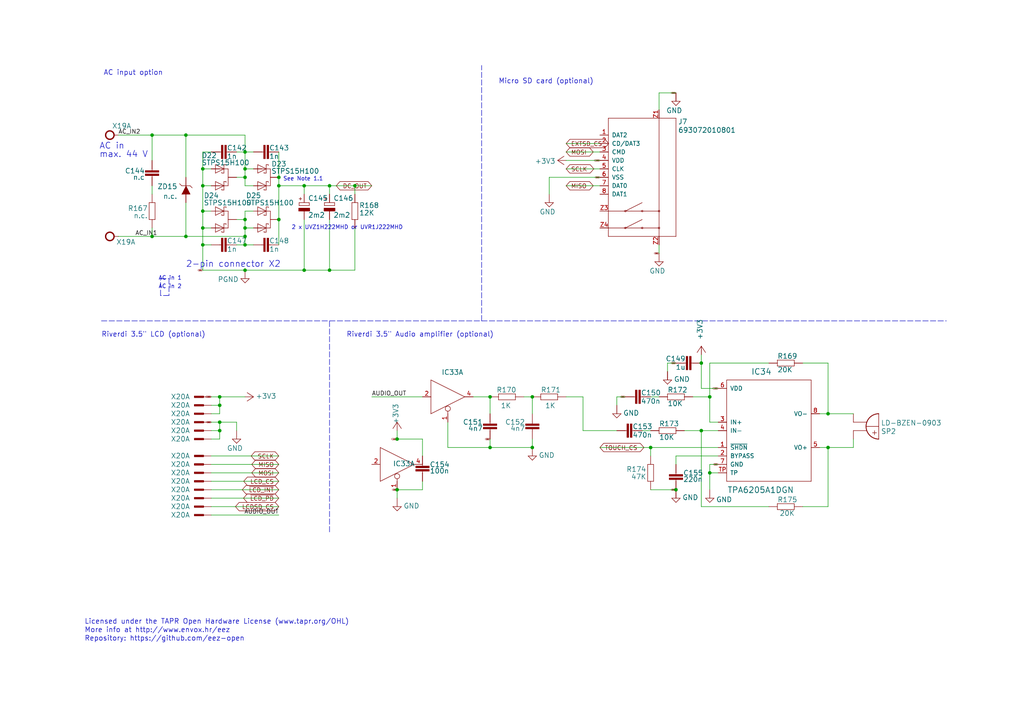
<source format=kicad_sch>
(kicad_sch (version 20210406) (generator eeschema)
  (paper "User" 307.823 215.722)
  (title_block (title "EEZ PSU consolidated") (rev "r5B13a") (comment 3 "Audio amplifier for 3.5\" TFT display, Micro SD card") (comment 4 "Optional sections: AC input, 20-pin 3.5\" TFT display"))
  (lib_symbols
    (symbol "EEZ_PSU_consolidated_r5B13a-eagle-import:+3V3" (power) (pin_names (offset 1.016))
      (property "Value" "+3V3" (at -2.54 -5.08 90))
      (symbol "+3V3_1_0"
        (pin power_in line (at 0 -2.54 90) (length 2.54) (name "+3V3") (number "1"))
      )
    )
    (symbol "EEZ_PSU_consolidated_r5B13a-eagle-import:693072010801" (pin_names (offset 1.016))
      (property "Reference" "J" (at -10.16 18.415 0))
      (property "Value" "693072010801" (at -10.16 -20.32 0))
      (symbol "693072010801_1_0"
        (pin unspecified line (at -12.7 12.7 0) (length 2.54) (name "DAT2") (number "1"))
        (pin unspecified line (at -12.7 10.16 0) (length 2.54) (name "CD/DAT3") (number "2"))
        (pin unspecified line (at -12.7 7.62 0) (length 2.54) (name "CMD") (number "3"))
        (pin unspecified line (at -12.7 5.08 0) (length 2.54) (name "VDD") (number "4"))
        (pin unspecified line (at -12.7 2.54 0) (length 2.54) (name "CLK") (number "5"))
        (pin unspecified line (at -12.7 0 0) (length 2.54) (name "VSS") (number "6"))
        (pin unspecified line (at -12.7 -2.54 0) (length 2.54) (name "DAT0") (number "7"))
        (pin unspecified line (at -12.7 -5.08 0) (length 2.54) (name "DAT1") (number "8"))
        (pin unspecified line (at 5.08 20.32 270) (length 2.54) (name "P$9") (number "Z1"))
        (pin unspecified line (at 5.08 -20.32 90) (length 2.54) (name "P$10") (number "Z2"))
        (pin unspecified line (at -12.7 -10.16 0) (length 2.54) (name "P$11") (number "Z3"))
        (pin unspecified line (at -12.7 -15.24 0) (length 2.54) (name "P$12") (number "Z4"))
      )
    )
    (symbol "EEZ_PSU_consolidated_r5B13a-eagle-import:74LVC1G125TSSOP5" (pin_names (offset 1.016))
      (property "Reference" "IC" (at -1.27 -0.635 0))
      (symbol "74LVC1G125TSSOP5_1_0"
        (pin input line (at 0 -7.62 90) (length 2.54) (name "OE") (number "1"))
        (pin input line (at -7.62 0 0) (length 2.54) (name "I") (number "2"))
        (pin tri_state line (at 7.62 0 180) (length 2.54) (name "O") (number "4"))
      )
      (symbol "74LVC1G125TSSOP5_2_0"
        (text "VDD" (at 1.905 2.54 900) (effects (font (size 1.0668 1.0668)) (justify left bottom)))
        (text "VSS" (at 1.905 -5.842 900) (effects (font (size 1.0668 1.0668)) (justify left bottom)))
        (pin power_in line (at 0 -7.62 90) (length 5.08) (name "VSS") (number "3"))
        (pin power_in line (at 0 7.62 270) (length 5.08) (name "VDD") (number "5"))
      )
    )
    (symbol "EEZ_PSU_consolidated_r5B13a-eagle-import:BUZZER-2" (pin_names (offset 1.016))
      (property "Reference" "SP" (at 0 8.89 0))
      (property "Value" "BUZZER-2" (at 7.62 2.54 0))
      (symbol "BUZZER-2_1_0"
        (pin passive line (at 0 0 0) (length 2.54) (name "+") (number "+B"))
        (pin passive line (at 7.62 0 180) (length 2.54) (name "-") (number "-B"))
      )
    )
    (symbol "EEZ_PSU_consolidated_r5B13a-eagle-import:C-EUC0603" (pin_names (offset 1.016))
      (property "Reference" "C" (at 1.524 0.381 0))
      (property "Value" "C-EUC0603" (at 1.524 -4.699 0))
      (symbol "C-EUC0603_1_0"
        (pin passive line (at 0 2.54 270) (length 2.54) (name "1") (number "1"))
        (pin passive line (at 0 -5.08 90) (length 2.54) (name "2") (number "2"))
      )
    )
    (symbol "EEZ_PSU_consolidated_r5B13a-eagle-import:C-EUC0805" (pin_names (offset 1.016))
      (property "Reference" "C" (at 1.524 0.381 0))
      (property "Value" "C-EUC0805" (at 1.524 -4.699 0))
      (symbol "C-EUC0805_1_0"
        (pin passive line (at 0 2.54 270) (length 2.54) (name "1") (number "1"))
        (pin passive line (at 0 -5.08 90) (length 2.54) (name "2") (number "2"))
      )
    )
    (symbol "EEZ_PSU_consolidated_r5B13a-eagle-import:C-EUC1206" (pin_names (offset 1.016))
      (property "Reference" "C" (at 1.524 0.381 0))
      (property "Value" "C-EUC1206" (at 1.524 -4.699 0))
      (symbol "C-EUC1206_1_0"
        (pin passive line (at 0 2.54 270) (length 2.54) (name "1") (number "1"))
        (pin passive line (at 0 -5.08 90) (length 2.54) (name "2") (number "2"))
      )
    )
    (symbol "EEZ_PSU_consolidated_r5B13a-eagle-import:DINA4_L" (pin_names (offset 1.016))
      (symbol "DINA4_L_2_0"
        (text ">DRAWING_NAME" (at 17.78 19.05 0) (effects (font (size 2.54 2.54)) (justify left bottom)))
        (text ">LAST_DATE_TIME" (at 12.7 1.27 0) (effects (font (size 2.54 2.54)) (justify left bottom)))
        (text ">SHEET" (at 86.36 1.27 0) (effects (font (size 2.54 2.54)) (justify left bottom)))
        (text "Date:" (at 1.27 1.27 0) (effects (font (size 2.54 2.54)) (justify left bottom)))
        (text "Document Number:" (at 1.27 11.43 0) (effects (font (size 2.54 2.54)) (justify left bottom)))
        (text "REV:" (at 88.9 11.43 0) (effects (font (size 2.54 2.54)) (justify left bottom)))
        (text "Sheet:" (at 72.39 1.27 0) (effects (font (size 2.54 2.54)) (justify left bottom)))
        (text "TITLE:" (at 1.27 19.05 0) (effects (font (size 2.54 2.54)) (justify left bottom)))
      )
    )
    (symbol "EEZ_PSU_consolidated_r5B13a-eagle-import:ECAP7.5G_18MM" (pin_names (offset 1.016))
      (property "Reference" "C" (at 1.143 0.4826 0))
      (property "Value" "ECAP7.5G_18MM" (at 1.143 -4.5974 0))
      (symbol "ECAP7.5G_18MM_1_0"
        (text "+" (at -0.5842 0.4064 900) (effects (font (size 1.0668 1.0668)) (justify left bottom)))
        (pin passive line (at 0 2.54 270) (length 2.54) (name "+") (number "+"))
        (pin passive line (at 0 -5.08 90) (length 2.54) (name "-") (number "-"))
      )
    )
    (symbol "EEZ_PSU_consolidated_r5B13a-eagle-import:GND" (power) (pin_names (offset 1.016))
      (property "Value" "GND" (at -1.905 -3.175 0))
      (symbol "GND_1_0"
        (pin power_in line (at 0 2.54 270) (length 2.54) (name "GND") (number "1"))
      )
    )
    (symbol "EEZ_PSU_consolidated_r5B13a-eagle-import:P6SMB68A" (pin_names (offset 1.016))
      (property "Reference" "ZD" (at -2.54 2.54 0))
      (property "Value" "P6SMB68A" (at -2.54 -4.064 0))
      (symbol "P6SMB68A_1_0"
        (pin passive line (at 5.08 0 180) (length 2.54) (name "A") (number "A"))
        (pin passive line (at -2.54 0 0) (length 2.54) (name "C") (number "C"))
      )
    )
    (symbol "EEZ_PSU_consolidated_r5B13a-eagle-import:R-EU_R0805" (pin_names (offset 1.016))
      (property "Reference" "R" (at -3.81 1.4986 0))
      (property "Value" "R-EU_R0805" (at -3.81 -3.302 0))
      (symbol "R-EU_R0805_1_0"
        (pin passive line (at -5.08 0 0) (length 2.54) (name "1") (number "1"))
        (pin passive line (at 5.08 0 180) (length 2.54) (name "2") (number "2"))
      )
    )
    (symbol "EEZ_PSU_consolidated_r5B13a-eagle-import:R-EU_R1206" (pin_names (offset 1.016))
      (property "Reference" "R" (at -3.81 1.4986 0))
      (property "Value" "R-EU_R1206" (at -3.81 -3.302 0))
      (symbol "R-EU_R1206_1_0"
        (pin passive line (at -5.08 0 0) (length 2.54) (name "1") (number "1"))
        (pin passive line (at 5.08 0 180) (length 2.54) (name "2") (number "2"))
      )
    )
    (symbol "EEZ_PSU_consolidated_r5B13a-eagle-import:TBLOCK5.0_2A" (pin_names (offset 1.016))
      (property "Reference" "X" (at -5.08 2.54 0))
      (symbol "TBLOCK5.0_2A_1_0"
        (pin unspecified line (at 0 0 0) (length 0) (name "1") (number "1"))
      )
      (symbol "TBLOCK5.0_2A_2_0"
        (pin unspecified line (at 0 0 0) (length 0) (name "1") (number "2"))
      )
    )
    (symbol "EEZ_PSU_consolidated_r5B13a-eagle-import:TPA6205" (pin_names (offset 1.016))
      (property "Reference" "IC" (at -5.3594 16.7386 0))
      (property "Value" "TPA6205" (at -12.5222 -18.8468 0))
      (symbol "TPA6205_1_0"
        (pin input line (at -15.24 -5.08 0) (length 2.54) (name "~SHDN") (number "1"))
        (pin input line (at -15.24 -7.62 0) (length 2.54) (name "BYPASS") (number "2"))
        (pin input line (at -15.24 2.54 0) (length 2.54) (name "IN+") (number "3"))
        (pin input line (at -15.24 0 0) (length 2.54) (name "IN-") (number "4"))
        (pin output line (at 15.24 -5.08 180) (length 2.54) (name "VO+") (number "5"))
        (pin power_in line (at -15.24 12.7 0) (length 2.54) (name "VDD") (number "6"))
        (pin passive line (at -15.24 -10.16 0) (length 2.54) (name "GND") (number "7"))
        (pin output line (at 15.24 5.08 180) (length 2.54) (name "VO-") (number "8"))
        (pin passive line (at -15.24 -12.7 0) (length 2.54) (name "TP") (number "TP"))
      )
    )
    (symbol "EEZ_PSU_consolidated_r5B13a-eagle-import:VS-6CWQ06FNPBF" (pin_names (offset 1.016))
      (property "Reference" "D" (at -4.826 4.445 0))
      (property "Value" "VS-6CWQ06FNPBF" (at -4.826 -5.969 0))
      (symbol "VS-6CWQ06FNPBF_1_0"
        (pin passive line (at -5.08 2.54 0) (length 2.54) (name "A1") (number "1"))
        (pin passive line (at -5.08 -2.54 0) (length 2.54) (name "A2") (number "2"))
        (pin passive line (at 2.54 0 180) (length 2.54) (name "C") (number "3"))
      )
    )
    (symbol "EEZ_PSU_consolidated_r5B13a-eagle-import:WR-FPC_68712014522_ROTATED" (pin_names (offset 1.016))
      (property "Reference" "X" (at -6.35 0.889 0))
      (symbol "WR-FPC_68712014522_ROTATED_1_0"
        (pin passive line (at 0 0 180) (length 2.54) (name "1") (number "1"))
      )
      (symbol "WR-FPC_68712014522_ROTATED_2_0"
        (pin passive line (at 0 0 180) (length 2.54) (name "1") (number "2"))
      )
      (symbol "WR-FPC_68712014522_ROTATED_3_0"
        (pin passive line (at 0 0 180) (length 2.54) (name "1") (number "3"))
      )
      (symbol "WR-FPC_68712014522_ROTATED_4_0"
        (pin passive line (at 0 0 180) (length 2.54) (name "1") (number "4"))
      )
      (symbol "WR-FPC_68712014522_ROTATED_5_0"
        (pin passive line (at 0 0 180) (length 2.54) (name "1") (number "5"))
      )
      (symbol "WR-FPC_68712014522_ROTATED_6_0"
        (pin passive line (at 0 0 180) (length 2.54) (name "1") (number "6"))
      )
      (symbol "WR-FPC_68712014522_ROTATED_7_0"
        (pin passive line (at 0 0 180) (length 2.54) (name "1") (number "7"))
      )
      (symbol "WR-FPC_68712014522_ROTATED_8_0"
        (pin passive line (at 0 0 180) (length 2.54) (name "1") (number "8"))
      )
      (symbol "WR-FPC_68712014522_ROTATED_9_0"
        (pin passive line (at 0 0 180) (length 2.54) (name "1") (number "9"))
      )
      (symbol "WR-FPC_68712014522_ROTATED_10_0"
        (pin passive line (at 0 0 180) (length 2.54) (name "1") (number "10"))
      )
      (symbol "WR-FPC_68712014522_ROTATED_11_0"
        (pin passive line (at 0 0 180) (length 2.54) (name "1") (number "11"))
      )
      (symbol "WR-FPC_68712014522_ROTATED_12_0"
        (pin passive line (at 0 0 180) (length 2.54) (name "1") (number "12"))
      )
      (symbol "WR-FPC_68712014522_ROTATED_13_0"
        (pin passive line (at 0 0 180) (length 2.54) (name "1") (number "13"))
      )
      (symbol "WR-FPC_68712014522_ROTATED_14_0"
        (pin passive line (at 0 0 180) (length 2.54) (name "1") (number "14"))
      )
      (symbol "WR-FPC_68712014522_ROTATED_15_0"
        (pin passive line (at 0 0 180) (length 2.54) (name "1") (number "15"))
      )
      (symbol "WR-FPC_68712014522_ROTATED_16_0"
        (pin passive line (at 0 0 180) (length 2.54) (name "1") (number "16"))
      )
      (symbol "WR-FPC_68712014522_ROTATED_17_0"
        (pin passive line (at 0 0 180) (length 2.54) (name "1") (number "17"))
      )
      (symbol "WR-FPC_68712014522_ROTATED_18_0"
        (pin passive line (at 0 0 180) (length 2.54) (name "1") (number "18"))
      )
      (symbol "WR-FPC_68712014522_ROTATED_19_0"
        (pin passive line (at 0 0 180) (length 2.54) (name "1") (number "19"))
      )
      (symbol "WR-FPC_68712014522_ROTATED_20_0"
        (pin passive line (at 0 0 180) (length 2.54) (name "1") (number "20"))
      )
    )
  )
  (junction (at 45.72 40.64) (diameter 0.9144))
  (junction (at 45.72 71.12) (diameter 0.9144))
  (junction (at 55.88 40.64) (diameter 0.9144))
  (junction (at 55.88 71.12) (diameter 0.9144))
  (junction (at 60.96 50.8) (diameter 0.9144))
  (junction (at 60.96 55.88) (diameter 0.9144))
  (junction (at 60.96 63.5) (diameter 0.9144))
  (junction (at 60.96 68.58) (diameter 0.9144))
  (junction (at 60.96 73.66) (diameter 0.9144))
  (junction (at 66.04 119.38) (diameter 0.9144))
  (junction (at 66.04 121.92) (diameter 0.9144))
  (junction (at 66.04 127) (diameter 0.9144))
  (junction (at 66.04 129.54) (diameter 0.9144))
  (junction (at 73.66 45.72) (diameter 0.9144))
  (junction (at 73.66 50.8) (diameter 0.9144))
  (junction (at 73.66 53.34) (diameter 0.9144))
  (junction (at 73.66 66.04) (diameter 0.9144))
  (junction (at 73.66 68.58) (diameter 0.9144))
  (junction (at 73.66 71.12) (diameter 0.9144))
  (junction (at 73.66 73.66) (diameter 0.9144))
  (junction (at 73.66 81.28) (diameter 0.9144))
  (junction (at 83.82 53.34) (diameter 0.9144))
  (junction (at 83.82 55.88) (diameter 0.9144))
  (junction (at 83.82 66.04) (diameter 0.9144))
  (junction (at 91.44 55.88) (diameter 0.9144))
  (junction (at 91.44 81.28) (diameter 0.9144))
  (junction (at 99.06 55.88) (diameter 0.9144))
  (junction (at 99.06 81.28) (diameter 0.9144))
  (junction (at 106.68 55.88) (diameter 0.9144))
  (junction (at 119.38 132.08) (diameter 0.9144))
  (junction (at 119.38 147.32) (diameter 0.9144))
  (junction (at 147.32 119.38) (diameter 0.9144))
  (junction (at 147.32 134.62) (diameter 0.9144))
  (junction (at 160.02 119.38) (diameter 0.9144))
  (junction (at 160.02 134.62) (diameter 0.9144))
  (junction (at 195.58 134.62) (diameter 0.9144))
  (junction (at 203.2 147.32) (diameter 0.9144))
  (junction (at 210.82 109.22) (diameter 0.9144))
  (junction (at 210.82 129.54) (diameter 0.9144))
  (junction (at 213.36 119.38) (diameter 0.9144))
  (junction (at 213.36 142.24) (diameter 0.9144))
  (junction (at 248.92 124.46) (diameter 0.9144))
  (junction (at 248.92 134.62) (diameter 0.9144))
  (wire (pts (xy 35.56 40.64) (xy 45.72 40.64)))
  (wire (pts (xy 35.56 71.12) (xy 45.72 71.12)))
  (wire (pts (xy 45.72 40.64) (xy 55.88 40.64)))
  (wire (pts (xy 45.72 48.26) (xy 45.72 40.64)))
  (wire (pts (xy 45.72 55.88) (xy 45.72 58.42)))
  (wire (pts (xy 45.72 68.58) (xy 45.72 71.12)))
  (wire (pts (xy 45.72 71.12) (xy 55.88 71.12)))
  (wire (pts (xy 55.88 40.64) (xy 73.66 40.64)))
  (wire (pts (xy 55.88 53.34) (xy 55.88 40.64)))
  (wire (pts (xy 55.88 60.96) (xy 55.88 71.12)))
  (wire (pts (xy 55.88 71.12) (xy 73.66 71.12)))
  (wire (pts (xy 60.96 45.72) (xy 60.96 50.8)))
  (wire (pts (xy 60.96 50.8) (xy 60.96 55.88)))
  (wire (pts (xy 60.96 55.88) (xy 63.5 55.88)))
  (wire (pts (xy 60.96 63.5) (xy 60.96 55.88)))
  (wire (pts (xy 60.96 63.5) (xy 63.5 63.5)))
  (wire (pts (xy 60.96 68.58) (xy 60.96 63.5)))
  (wire (pts (xy 60.96 73.66) (xy 60.96 68.58)))
  (wire (pts (xy 60.96 81.28) (xy 60.96 73.66)))
  (wire (pts (xy 60.96 81.28) (xy 73.66 81.28)))
  (wire (pts (xy 63.5 45.72) (xy 60.96 45.72)))
  (wire (pts (xy 63.5 50.8) (xy 60.96 50.8)))
  (wire (pts (xy 63.5 68.58) (xy 60.96 68.58)))
  (wire (pts (xy 63.5 73.66) (xy 60.96 73.66)))
  (wire (pts (xy 63.5 119.38) (xy 66.04 119.38)))
  (wire (pts (xy 63.5 121.92) (xy 66.04 121.92)))
  (wire (pts (xy 63.5 124.46) (xy 66.04 124.46)))
  (wire (pts (xy 63.5 127) (xy 66.04 127)))
  (wire (pts (xy 63.5 129.54) (xy 66.04 129.54)))
  (wire (pts (xy 63.5 132.08) (xy 66.04 132.08)))
  (wire (pts (xy 63.5 137.16) (xy 83.82 137.16)))
  (wire (pts (xy 63.5 139.7) (xy 83.82 139.7)))
  (wire (pts (xy 63.5 142.24) (xy 83.82 142.24)))
  (wire (pts (xy 63.5 144.78) (xy 83.82 144.78)))
  (wire (pts (xy 63.5 147.32) (xy 83.82 147.32)))
  (wire (pts (xy 63.5 149.86) (xy 83.82 149.86)))
  (wire (pts (xy 63.5 152.4) (xy 83.82 152.4)))
  (wire (pts (xy 63.5 154.94) (xy 83.82 154.94)))
  (wire (pts (xy 66.04 119.38) (xy 73.66 119.38)))
  (wire (pts (xy 66.04 121.92) (xy 66.04 119.38)))
  (wire (pts (xy 66.04 124.46) (xy 66.04 121.92)))
  (wire (pts (xy 66.04 127) (xy 71.12 127)))
  (wire (pts (xy 66.04 129.54) (xy 66.04 127)))
  (wire (pts (xy 66.04 132.08) (xy 66.04 129.54)))
  (wire (pts (xy 71.12 45.72) (xy 73.66 45.72)))
  (wire (pts (xy 71.12 53.34) (xy 73.66 53.34)))
  (wire (pts (xy 71.12 73.66) (xy 73.66 73.66)))
  (wire (pts (xy 71.12 127) (xy 71.12 129.54)))
  (wire (pts (xy 73.66 40.64) (xy 73.66 45.72)))
  (wire (pts (xy 73.66 45.72) (xy 73.66 50.8)))
  (wire (pts (xy 73.66 45.72) (xy 76.2 45.72)))
  (wire (pts (xy 73.66 50.8) (xy 73.66 53.34)))
  (wire (pts (xy 73.66 53.34) (xy 73.66 55.88)))
  (wire (pts (xy 73.66 55.88) (xy 76.2 55.88)))
  (wire (pts (xy 73.66 63.5) (xy 73.66 66.04)))
  (wire (pts (xy 73.66 66.04) (xy 71.12 66.04)))
  (wire (pts (xy 73.66 66.04) (xy 73.66 68.58)))
  (wire (pts (xy 73.66 68.58) (xy 76.2 68.58)))
  (wire (pts (xy 73.66 71.12) (xy 73.66 68.58)))
  (wire (pts (xy 73.66 73.66) (xy 73.66 71.12)))
  (wire (pts (xy 73.66 73.66) (xy 76.2 73.66)))
  (wire (pts (xy 73.66 81.28) (xy 91.44 81.28)))
  (wire (pts (xy 76.2 50.8) (xy 73.66 50.8)))
  (wire (pts (xy 76.2 63.5) (xy 73.66 63.5)))
  (wire (pts (xy 83.82 45.72) (xy 83.82 53.34)))
  (wire (pts (xy 83.82 53.34) (xy 83.82 55.88)))
  (wire (pts (xy 83.82 55.88) (xy 83.82 66.04)))
  (wire (pts (xy 83.82 55.88) (xy 91.44 55.88)))
  (wire (pts (xy 83.82 73.66) (xy 83.82 66.04)))
  (wire (pts (xy 91.44 55.88) (xy 99.06 55.88)))
  (wire (pts (xy 91.44 58.42) (xy 91.44 55.88)))
  (wire (pts (xy 91.44 81.28) (xy 91.44 66.04)))
  (wire (pts (xy 91.44 81.28) (xy 99.06 81.28)))
  (wire (pts (xy 99.06 55.88) (xy 106.68 55.88)))
  (wire (pts (xy 99.06 58.42) (xy 99.06 55.88)))
  (wire (pts (xy 99.06 66.04) (xy 99.06 81.28)))
  (wire (pts (xy 99.06 81.28) (xy 106.68 81.28)))
  (wire (pts (xy 106.68 55.88) (xy 106.68 58.42)))
  (wire (pts (xy 106.68 55.88) (xy 111.76 55.88)))
  (wire (pts (xy 106.68 81.28) (xy 106.68 68.58)))
  (wire (pts (xy 119.38 132.08) (xy 119.38 129.54)))
  (wire (pts (xy 119.38 132.08) (xy 127 132.08)))
  (wire (pts (xy 119.38 147.32) (xy 119.38 149.86)))
  (wire (pts (xy 119.38 147.32) (xy 127 147.32)))
  (wire (pts (xy 127 119.38) (xy 111.76 119.38)))
  (wire (pts (xy 127 132.08) (xy 127 137.16)))
  (wire (pts (xy 127 147.32) (xy 127 144.78)))
  (wire (pts (xy 134.62 134.62) (xy 134.62 127)))
  (wire (pts (xy 142.24 119.38) (xy 147.32 119.38)))
  (wire (pts (xy 147.32 124.46) (xy 147.32 119.38)))
  (wire (pts (xy 147.32 132.08) (xy 147.32 134.62)))
  (wire (pts (xy 147.32 134.62) (xy 134.62 134.62)))
  (wire (pts (xy 147.32 134.62) (xy 160.02 134.62)))
  (wire (pts (xy 160.02 119.38) (xy 157.48 119.38)))
  (wire (pts (xy 160.02 124.46) (xy 160.02 119.38)))
  (wire (pts (xy 160.02 132.08) (xy 160.02 134.62)))
  (wire (pts (xy 165.1 53.34) (xy 165.1 58.42)))
  (wire (pts (xy 170.18 119.38) (xy 175.26 119.38)))
  (wire (pts (xy 175.26 119.38) (xy 175.26 129.54)))
  (wire (pts (xy 175.26 129.54) (xy 185.42 129.54)))
  (wire (pts (xy 180.34 43.18) (xy 170.18 43.18)))
  (wire (pts (xy 180.34 45.72) (xy 170.18 45.72)))
  (wire (pts (xy 180.34 48.26) (xy 170.18 48.26)))
  (wire (pts (xy 180.34 50.8) (xy 170.18 50.8)))
  (wire (pts (xy 180.34 53.34) (xy 165.1 53.34)))
  (wire (pts (xy 180.34 55.88) (xy 170.18 55.88)))
  (wire (pts (xy 185.42 119.38) (xy 185.42 121.92)))
  (wire (pts (xy 187.96 119.38) (xy 185.42 119.38)))
  (wire (pts (xy 193.04 129.54) (xy 195.58 129.54)))
  (wire (pts (xy 195.58 134.62) (xy 180.34 134.62)))
  (wire (pts (xy 195.58 134.62) (xy 195.58 137.16)))
  (wire (pts (xy 198.12 27.94) (xy 198.12 33.02)))
  (wire (pts (xy 198.12 76.2) (xy 198.12 73.66)))
  (wire (pts (xy 198.12 119.38) (xy 195.58 119.38)))
  (wire (pts (xy 200.66 109.22) (xy 200.66 111.76)))
  (wire (pts (xy 203.2 27.94) (xy 198.12 27.94)))
  (wire (pts (xy 203.2 109.22) (xy 200.66 109.22)))
  (wire (pts (xy 203.2 137.16) (xy 203.2 139.7)))
  (wire (pts (xy 203.2 147.32) (xy 195.58 147.32)))
  (wire (pts (xy 205.74 129.54) (xy 210.82 129.54)))
  (wire (pts (xy 208.28 119.38) (xy 213.36 119.38)))
  (wire (pts (xy 210.82 109.22) (xy 210.82 106.68)))
  (wire (pts (xy 210.82 116.84) (xy 210.82 109.22)))
  (wire (pts (xy 210.82 129.54) (xy 215.9 129.54)))
  (wire (pts (xy 210.82 152.4) (xy 210.82 129.54)))
  (wire (pts (xy 213.36 109.22) (xy 213.36 119.38)))
  (wire (pts (xy 213.36 119.38) (xy 213.36 127)))
  (wire (pts (xy 213.36 127) (xy 215.9 127)))
  (wire (pts (xy 213.36 139.7) (xy 213.36 142.24)))
  (wire (pts (xy 213.36 142.24) (xy 213.36 147.32)))
  (wire (pts (xy 213.36 142.24) (xy 215.9 142.24)))
  (wire (pts (xy 215.9 116.84) (xy 210.82 116.84)))
  (wire (pts (xy 215.9 134.62) (xy 195.58 134.62)))
  (wire (pts (xy 215.9 137.16) (xy 203.2 137.16)))
  (wire (pts (xy 215.9 139.7) (xy 213.36 139.7)))
  (wire (pts (xy 231.14 109.22) (xy 213.36 109.22)))
  (wire (pts (xy 231.14 152.4) (xy 210.82 152.4)))
  (wire (pts (xy 241.3 109.22) (xy 248.92 109.22)))
  (wire (pts (xy 241.3 152.4) (xy 248.92 152.4)))
  (wire (pts (xy 246.38 134.62) (xy 248.92 134.62)))
  (wire (pts (xy 248.92 109.22) (xy 248.92 124.46)))
  (wire (pts (xy 248.92 124.46) (xy 246.38 124.46)))
  (wire (pts (xy 248.92 134.62) (xy 256.54 134.62)))
  (wire (pts (xy 248.92 152.4) (xy 248.92 134.62)))
  (wire (pts (xy 256.54 124.46) (xy 248.92 124.46)))
  (wire (pts (xy 256.54 134.62) (xy 256.54 132.08)))
  (polyline (pts (xy 30.48 96.52) (xy 284.48 96.52)) (stroke (width 0) (type dash)))
  (polyline (pts (xy 48.26 83.82) (xy 50.8 83.82)) (stroke (width 0) (type dash)))
  (polyline (pts (xy 48.26 88.9) (xy 48.26 83.82)) (stroke (width 0) (type dash)))
  (polyline (pts (xy 50.8 83.82) (xy 50.8 88.9)) (stroke (width 0) (type dash)))
  (polyline (pts (xy 50.8 88.9) (xy 48.26 88.9)) (stroke (width 0) (type dash)))
  (polyline (pts (xy 99.06 160.02) (xy 99.06 96.52)) (stroke (width 0) (type dash)))
  (polyline (pts (xy 144.78 96.52) (xy 144.78 19.685)) (stroke (width 0) (type dash)))
  (text "Licensed under the TAPR Open Hardware License (www.tapr.org/OHL)" (at 25.4 187.96 0) (effects (font (size 1.4986 1.4986)) (justify left bottom)))
  (text "More info at http://www.envox.hr/eez" (at 25.4 190.5 0) (effects (font (size 1.4986 1.4986)) (justify left bottom)))
  (text "Repository: https://github.com/eez-open" (at 25.4 193.04 0) (effects (font (size 1.4986 1.4986)) (justify left bottom)))
  (text "AC in" (at 29.845 45.085 0) (effects (font (size 1.8542 1.8542)) (justify left bottom)))
  (text "max. 44 V" (at 29.845 47.625 0) (effects (font (size 1.8542 1.8542)) (justify left bottom)))
  (text "Riverdi 3.5\" LCD (optional)" (at 30.48 101.6 0) (effects (font (size 1.4986 1.4986)) (justify left bottom)))
  (text "AC input option" (at 31.115 22.86 0) (effects (font (size 1.4986 1.4986)) (justify left bottom)))
  (text "AC in 1" (at 47.625 84.455 0) (effects (font (size 1.1938 1.1938)) (justify left bottom)))
  (text "AC in 2" (at 47.625 86.995 0) (effects (font (size 1.1938 1.1938)) (justify left bottom)))
  (text "2-pin connector X2" (at 55.88 80.645 0) (effects (font (size 1.8542 1.8542)) (justify left bottom)))
  (text "See Note 1.1" (at 85.09 54.61 0) (effects (font (size 1.1938 1.1938)) (justify left bottom)))
  (text "2 x UVZ1H222MHD or UVR1J222MHD " (at 87.63 69.215 0) (effects (font (size 1.1938 1.1938)) (justify left bottom)))
  (text "Riverdi 3.5\" Audio amplifier (optional)" (at 104.14 101.6 0) (effects (font (size 1.4986 1.4986)) (justify left bottom)))
  (text "Micro SD card (optional)" (at 149.86 25.4 0) (effects (font (size 1.4986 1.4986)) (justify left bottom)))
  (label "AC_IN2" (at 35.56 40.64 0))
  (label "AC_IN1" (at 40.64 71.12 0))
  (label "AUDIO_OUT" (at 83.82 154.94 180))
  (label "AUDIO_OUT" (at 111.76 119.38 0))
  (global_label "GND" (shape bidirectional) (at 60.96 81.28 180) (effects (font (size 0.254 0.254))) (property "Intersheet References" "${INTERSHEET_REFS}" (effects hide)))
  (global_label "+3V3" (shape bidirectional) (at 63.5 119.38 180) (effects (font (size 0.254 0.254))) (property "Intersheet References" "${INTERSHEET_REFS}" (effects hide)))
  (global_label "GND" (shape bidirectional) (at 63.5 127 180) (effects (font (size 0.254 0.254))) (property "Intersheet References" "${INTERSHEET_REFS}" (effects hide)))
  (global_label "SCLK" (shape bidirectional) (at 83.82 137.16 180) (property "Intersheet References" "${INTERSHEET_REFS}" (effects hide)))
  (global_label "MISO" (shape bidirectional) (at 83.82 139.7 180) (property "Intersheet References" "${INTERSHEET_REFS}" (effects hide)))
  (global_label "MOSI" (shape bidirectional) (at 83.82 142.24 180) (property "Intersheet References" "${INTERSHEET_REFS}" (effects hide)))
  (global_label "LCD_CS" (shape bidirectional) (at 83.82 144.78 180) (property "Intersheet References" "${INTERSHEET_REFS}" (effects hide)))
  (global_label "~LCD_INT" (shape bidirectional) (at 83.82 147.32 180) (property "Intersheet References" "${INTERSHEET_REFS}" (effects hide)))
  (global_label "~LCD_PD" (shape bidirectional) (at 83.82 149.86 180) (property "Intersheet References" "${INTERSHEET_REFS}" (effects hide)))
  (global_label "LCDSD_CS" (shape bidirectional) (at 83.82 152.4 180) (property "Intersheet References" "${INTERSHEET_REFS}" (effects hide)))
  (global_label "DC_OUT" (shape bidirectional) (at 111.76 55.88 180) (property "Intersheet References" "${INTERSHEET_REFS}" (effects hide)))
  (global_label "+3V3" (shape bidirectional) (at 119.38 132.08 180) (effects (font (size 0.254 0.254))) (property "Intersheet References" "${INTERSHEET_REFS}" (effects hide)))
  (global_label "GND" (shape bidirectional) (at 119.38 147.32 180) (effects (font (size 0.254 0.254))) (property "Intersheet References" "${INTERSHEET_REFS}" (effects hide)))
  (global_label "GND" (shape bidirectional) (at 147.32 132.08 180) (effects (font (size 0.254 0.254))) (property "Intersheet References" "${INTERSHEET_REFS}" (effects hide)))
  (global_label "EXTSD_CS" (shape bidirectional) (at 170.18 43.18 0) (property "Intersheet References" "${INTERSHEET_REFS}" (effects hide)))
  (global_label "MOSI" (shape bidirectional) (at 170.18 45.72 0) (property "Intersheet References" "${INTERSHEET_REFS}" (effects hide)))
  (global_label "SCLK" (shape bidirectional) (at 170.18 50.8 0) (property "Intersheet References" "${INTERSHEET_REFS}" (effects hide)))
  (global_label "MISO" (shape bidirectional) (at 170.18 55.88 0) (property "Intersheet References" "${INTERSHEET_REFS}" (effects hide)))
  (global_label "+3V3" (shape bidirectional) (at 180.34 48.26 180) (effects (font (size 0.254 0.254))) (property "Intersheet References" "${INTERSHEET_REFS}" (effects hide)))
  (global_label "GND" (shape bidirectional) (at 180.34 53.34 180) (effects (font (size 0.254 0.254))) (property "Intersheet References" "${INTERSHEET_REFS}" (effects hide)))
  (global_label "TOUCH_CS" (shape bidirectional) (at 180.34 134.62 0) (property "Intersheet References" "${INTERSHEET_REFS}" (effects hide)))
  (global_label "GND" (shape bidirectional) (at 187.96 119.38 180) (effects (font (size 0.254 0.254))) (property "Intersheet References" "${INTERSHEET_REFS}" (effects hide)))
  (global_label "GND" (shape bidirectional) (at 198.12 76.2 180) (effects (font (size 0.254 0.254))) (property "Intersheet References" "${INTERSHEET_REFS}" (effects hide)))
  (global_label "GND" (shape bidirectional) (at 203.2 27.94 180) (effects (font (size 0.254 0.254))) (property "Intersheet References" "${INTERSHEET_REFS}" (effects hide)))
  (global_label "GND" (shape bidirectional) (at 203.2 109.22 180) (effects (font (size 0.254 0.254))) (property "Intersheet References" "${INTERSHEET_REFS}" (effects hide)))
  (global_label "GND" (shape bidirectional) (at 203.2 147.32 180) (effects (font (size 0.254 0.254))) (property "Intersheet References" "${INTERSHEET_REFS}" (effects hide)))
  (global_label "+3V3" (shape bidirectional) (at 215.9 116.84 180) (effects (font (size 0.254 0.254))) (property "Intersheet References" "${INTERSHEET_REFS}" (effects hide)))
  (global_label "GND" (shape bidirectional) (at 215.9 139.7 180) (effects (font (size 0.254 0.254))) (property "Intersheet References" "${INTERSHEET_REFS}" (effects hide)))
  (symbol (lib_id "EEZ_PSU_consolidated_r5B13a-eagle-import:DINA4_L") (at 22.86 195.58 0)
    (property "Reference" "#FRAME12" (effects hide))
    (property "Value" "DINA4_L" (effects hide))
  )
  (symbol (lib_id "EEZ_PSU_consolidated_r5B13a-eagle-import:WR-FPC_68712014522_ROTATED") (at 63.5 119.38 0)
    (property "Reference" "X20" (at 57.15 118.491 0) (effects (font (size 1.4986 1.4986)) (justify right top)))
    (property "Value" "PCA-6B-20-HL-3 or 52746-2071" (effects hide))
    (property "Footprint" "EEZ PSU consolidated r5B13a:FPC-20_ROTATED" (effects hide))
  )
  (symbol (lib_id "EEZ_PSU_consolidated_r5B13a-eagle-import:WR-FPC_68712014522_ROTATED") (at 63.5 121.92 0)
    (property "Reference" "X20" (at 57.15 121.031 0) (effects (font (size 1.4986 1.4986)) (justify right top)))
    (property "Value" "PCA-6B-20-HL-3 or 52746-2071" (effects hide))
    (property "Footprint" "EEZ PSU consolidated r5B13a:FPC-20_ROTATED" (effects hide))
  )
  (symbol (lib_id "EEZ_PSU_consolidated_r5B13a-eagle-import:WR-FPC_68712014522_ROTATED") (at 63.5 124.46 0)
    (property "Reference" "X20" (at 57.15 123.571 0) (effects (font (size 1.4986 1.4986)) (justify right top)))
    (property "Value" "PCA-6B-20-HL-3 or 52746-2071" (effects hide))
    (property "Footprint" "EEZ PSU consolidated r5B13a:FPC-20_ROTATED" (effects hide))
  )
  (symbol (lib_id "EEZ_PSU_consolidated_r5B13a-eagle-import:WR-FPC_68712014522_ROTATED") (at 63.5 127 0)
    (property "Reference" "X20" (at 57.15 126.111 0) (effects (font (size 1.4986 1.4986)) (justify right top)))
    (property "Value" "PCA-6B-20-HL-3 or 52746-2071" (effects hide))
    (property "Footprint" "EEZ PSU consolidated r5B13a:FPC-20_ROTATED" (effects hide))
  )
  (symbol (lib_id "EEZ_PSU_consolidated_r5B13a-eagle-import:WR-FPC_68712014522_ROTATED") (at 63.5 129.54 0)
    (property "Reference" "X20" (at 57.15 128.651 0) (effects (font (size 1.4986 1.4986)) (justify right top)))
    (property "Value" "PCA-6B-20-HL-3 or 52746-2071" (effects hide))
    (property "Footprint" "EEZ PSU consolidated r5B13a:FPC-20_ROTATED" (effects hide))
  )
  (symbol (lib_id "EEZ_PSU_consolidated_r5B13a-eagle-import:WR-FPC_68712014522_ROTATED") (at 63.5 132.08 0)
    (property "Reference" "X20" (at 57.15 131.191 0) (effects (font (size 1.4986 1.4986)) (justify right top)))
    (property "Value" "PCA-6B-20-HL-3 or 52746-2071" (effects hide))
    (property "Footprint" "EEZ PSU consolidated r5B13a:FPC-20_ROTATED" (effects hide))
  )
  (symbol (lib_id "EEZ_PSU_consolidated_r5B13a-eagle-import:WR-FPC_68712014522_ROTATED") (at 63.5 137.16 0)
    (property "Reference" "X20" (at 57.15 136.271 0) (effects (font (size 1.4986 1.4986)) (justify right top)))
    (property "Value" "PCA-6B-20-HL-3 or 52746-2071" (effects hide))
    (property "Footprint" "EEZ PSU consolidated r5B13a:FPC-20_ROTATED" (effects hide))
  )
  (symbol (lib_id "EEZ_PSU_consolidated_r5B13a-eagle-import:WR-FPC_68712014522_ROTATED") (at 63.5 139.7 0)
    (property "Reference" "X20" (at 57.15 138.811 0) (effects (font (size 1.4986 1.4986)) (justify right top)))
    (property "Value" "PCA-6B-20-HL-3 or 52746-2071" (effects hide))
    (property "Footprint" "EEZ PSU consolidated r5B13a:FPC-20_ROTATED" (effects hide))
  )
  (symbol (lib_id "EEZ_PSU_consolidated_r5B13a-eagle-import:WR-FPC_68712014522_ROTATED") (at 63.5 142.24 0)
    (property "Reference" "X20" (at 57.15 141.351 0) (effects (font (size 1.4986 1.4986)) (justify right top)))
    (property "Value" "PCA-6B-20-HL-3 or 52746-2071" (effects hide))
    (property "Footprint" "EEZ PSU consolidated r5B13a:FPC-20_ROTATED" (effects hide))
  )
  (symbol (lib_id "EEZ_PSU_consolidated_r5B13a-eagle-import:WR-FPC_68712014522_ROTATED") (at 63.5 144.78 0)
    (property "Reference" "X20" (at 57.15 143.891 0) (effects (font (size 1.4986 1.4986)) (justify right top)))
    (property "Value" "PCA-6B-20-HL-3 or 52746-2071" (effects hide))
    (property "Footprint" "EEZ PSU consolidated r5B13a:FPC-20_ROTATED" (effects hide))
  )
  (symbol (lib_id "EEZ_PSU_consolidated_r5B13a-eagle-import:WR-FPC_68712014522_ROTATED") (at 63.5 147.32 0)
    (property "Reference" "X20" (at 57.15 146.431 0) (effects (font (size 1.4986 1.4986)) (justify right top)))
    (property "Value" "PCA-6B-20-HL-3 or 52746-2071" (effects hide))
    (property "Footprint" "EEZ PSU consolidated r5B13a:FPC-20_ROTATED" (effects hide))
  )
  (symbol (lib_id "EEZ_PSU_consolidated_r5B13a-eagle-import:WR-FPC_68712014522_ROTATED") (at 63.5 149.86 0)
    (property "Reference" "X20" (at 57.15 148.971 0) (effects (font (size 1.4986 1.4986)) (justify right top)))
    (property "Value" "PCA-6B-20-HL-3 or 52746-2071" (effects hide))
    (property "Footprint" "EEZ PSU consolidated r5B13a:FPC-20_ROTATED" (effects hide))
  )
  (symbol (lib_id "EEZ_PSU_consolidated_r5B13a-eagle-import:WR-FPC_68712014522_ROTATED") (at 63.5 152.4 0)
    (property "Reference" "X20" (at 57.15 151.511 0) (effects (font (size 1.4986 1.4986)) (justify right top)))
    (property "Value" "PCA-6B-20-HL-3 or 52746-2071" (effects hide))
    (property "Footprint" "EEZ PSU consolidated r5B13a:FPC-20_ROTATED" (effects hide))
  )
  (symbol (lib_id "EEZ_PSU_consolidated_r5B13a-eagle-import:WR-FPC_68712014522_ROTATED") (at 63.5 154.94 0)
    (property "Reference" "X20" (at 57.15 154.051 0) (effects (font (size 1.4986 1.4986)) (justify right top)))
    (property "Value" "PCA-6B-20-HL-3 or 52746-2071" (effects hide))
    (property "Footprint" "EEZ PSU consolidated r5B13a:FPC-20_ROTATED" (effects hide))
  )
  (symbol (lib_id "EEZ_PSU_consolidated_r5B13a-eagle-import:+3V3") (at 76.2 119.38 270)
    (property "Reference" "#+3V024" (effects hide))
    (property "Value" "+3V3" (at 76.835 120.015 90) (effects (font (size 1.4986 1.4986)) (justify left bottom)))
  )
  (symbol (lib_id "EEZ_PSU_consolidated_r5B13a-eagle-import:+3V3") (at 119.38 127 0) (mirror y)
    (property "Reference" "#+3V025" (effects hide))
    (property "Value" "+3V3" (at 118.11 127.635 90) (effects (font (size 1.4986 1.4986)) (justify left bottom)))
  )
  (symbol (lib_id "EEZ_PSU_consolidated_r5B13a-eagle-import:+3V3") (at 167.64 48.26 90)
    (property "Reference" "#+3V027" (effects hide))
    (property "Value" "+3V3" (at 167.005 47.625 90) (effects (font (size 1.4986 1.4986)) (justify left bottom)))
  )
  (symbol (lib_id "EEZ_PSU_consolidated_r5B13a-eagle-import:+3V3") (at 210.82 104.14 0) (mirror y)
    (property "Reference" "#+3V026" (effects hide))
    (property "Value" "+3V3" (at 209.55 102.235 90) (effects (font (size 1.4986 1.4986)) (justify left bottom)))
  )
  (symbol (lib_id "EEZ_PSU_consolidated_r5B13a-eagle-import:GND") (at 71.12 132.08 0)
    (property "Reference" "#SUPPLY094" (effects hide))
    (property "Value" "GND" (at 73.025 133.985 0) (effects (font (size 1.4986 1.4986)) (justify right top)))
  )
  (symbol (lib_id "EEZ_PSU_consolidated_r5B13a-eagle-import:GND") (at 73.66 83.82 0)
    (property "Reference" "#SUPPLY061" (effects hide))
    (property "Value" "PGND" (at 71.755 83.185 0) (effects (font (size 1.4986 1.4986)) (justify right top)))
  )
  (symbol (lib_id "EEZ_PSU_consolidated_r5B13a-eagle-import:GND") (at 119.38 152.4 0)
    (property "Reference" "#SUPPLY070" (effects hide))
    (property "Value" "GND" (at 121.285 153.035 0) (effects (font (size 1.4986 1.4986)) (justify left bottom)))
  )
  (symbol (lib_id "EEZ_PSU_consolidated_r5B13a-eagle-import:GND") (at 160.02 137.16 0)
    (property "Reference" "#SUPPLY065" (effects hide))
    (property "Value" "GND" (at 161.925 137.795 0) (effects (font (size 1.4986 1.4986)) (justify left bottom)))
  )
  (symbol (lib_id "EEZ_PSU_consolidated_r5B13a-eagle-import:GND") (at 165.1 60.96 0)
    (property "Reference" "#SUPPLY047" (effects hide))
    (property "Value" "GND" (at 167.005 62.865 0) (effects (font (size 1.4986 1.4986)) (justify right top)))
  )
  (symbol (lib_id "EEZ_PSU_consolidated_r5B13a-eagle-import:GND") (at 185.42 124.46 0)
    (property "Reference" "#SUPPLY042" (effects hide))
    (property "Value" "GND" (at 187.325 125.095 0) (effects (font (size 1.4986 1.4986)) (justify left bottom)))
  )
  (symbol (lib_id "EEZ_PSU_consolidated_r5B13a-eagle-import:GND") (at 198.12 78.74 0)
    (property "Reference" "#SUPPLY0116" (effects hide))
    (property "Value" "GND" (at 200.025 80.645 0) (effects (font (size 1.4986 1.4986)) (justify right top)))
  )
  (symbol (lib_id "EEZ_PSU_consolidated_r5B13a-eagle-import:GND") (at 200.66 114.3 0)
    (property "Reference" "#SUPPLY079" (effects hide))
    (property "Value" "GND" (at 202.565 114.935 0) (effects (font (size 1.4986 1.4986)) (justify left bottom)))
  )
  (symbol (lib_id "EEZ_PSU_consolidated_r5B13a-eagle-import:GND") (at 203.2 30.48 0)
    (property "Reference" "#SUPPLY0126" (effects hide))
    (property "Value" "GND" (at 205.105 32.385 0) (effects (font (size 1.4986 1.4986)) (justify right top)))
  )
  (symbol (lib_id "EEZ_PSU_consolidated_r5B13a-eagle-import:GND") (at 203.2 149.86 0)
    (property "Reference" "#SUPPLY062" (effects hide))
    (property "Value" "GND" (at 205.105 150.495 0) (effects (font (size 1.4986 1.4986)) (justify left bottom)))
  )
  (symbol (lib_id "EEZ_PSU_consolidated_r5B13a-eagle-import:GND") (at 213.36 149.86 0)
    (property "Reference" "#SUPPLY039" (effects hide))
    (property "Value" "GND" (at 215.265 151.13 0) (effects (font (size 1.4986 1.4986)) (justify left bottom)))
  )
  (symbol (lib_id "EEZ_PSU_consolidated_r5B13a-eagle-import:TBLOCK5.0_2A") (at 35.56 40.64 0)
    (property "Reference" "X19" (at 33.655 38.735 0) (effects (font (size 1.4986 1.4986)) (justify left bottom)))
    (property "Value" "282836-2" (effects hide))
    (property "Footprint" "EEZ PSU consolidated r5B13a:TBLOCK5.0_2" (effects hide))
  )
  (symbol (lib_id "EEZ_PSU_consolidated_r5B13a-eagle-import:TBLOCK5.0_2A") (at 35.56 71.12 0)
    (property "Reference" "X19" (at 34.925 73.66 0) (effects (font (size 1.4986 1.4986)) (justify left bottom)))
    (property "Value" "282836-2" (effects hide))
    (property "Footprint" "EEZ PSU consolidated r5B13a:TBLOCK5.0_2" (effects hide))
  )
  (symbol (lib_id "EEZ_PSU_consolidated_r5B13a-eagle-import:R-EU_R1206") (at 45.72 63.5 270)
    (property "Reference" "R167" (at 44.45 61.8236 90) (effects (font (size 1.4986 1.4986)) (justify right top)))
    (property "Value" "n.c." (at 44.45 64.008 90) (effects (font (size 1.4986 1.4986)) (justify right top)))
    (property "Footprint" "EEZ PSU consolidated r5B13a:R1206" (effects hide))
  )
  (symbol (lib_id "EEZ_PSU_consolidated_r5B13a-eagle-import:R-EU_R1206") (at 106.68 63.5 270)
    (property "Reference" "R168" (at 107.95 62.6364 90) (effects (font (size 1.4986 1.4986)) (justify left bottom)))
    (property "Value" "12K" (at 107.95 64.897 90) (effects (font (size 1.4986 1.4986)) (justify left bottom)))
    (property "Footprint" "EEZ PSU consolidated r5B13a:R1206" (effects hide))
  )
  (symbol (lib_id "EEZ_PSU_consolidated_r5B13a-eagle-import:R-EU_R0805") (at 152.4 119.38 0) (mirror y)
    (property "Reference" "R170" (at 149.225 116.4336 0) (effects (font (size 1.4986 1.4986)) (justify right top)))
    (property "Value" "1K" (at 150.495 121.158 0) (effects (font (size 1.4986 1.4986)) (justify right top)))
    (property "Footprint" "EEZ PSU consolidated r5B13a:R0805" (effects hide))
  )
  (symbol (lib_id "EEZ_PSU_consolidated_r5B13a-eagle-import:R-EU_R0805") (at 165.1 119.38 0) (mirror y)
    (property "Reference" "R171" (at 162.56 116.4336 0) (effects (font (size 1.4986 1.4986)) (justify right top)))
    (property "Value" "1K" (at 163.83 121.158 0) (effects (font (size 1.4986 1.4986)) (justify right top)))
    (property "Footprint" "EEZ PSU consolidated r5B13a:R0805" (effects hide))
  )
  (symbol (lib_id "EEZ_PSU_consolidated_r5B13a-eagle-import:R-EU_R0805") (at 195.58 142.24 90) (mirror x)
    (property "Reference" "R174" (at 194.31 142.0114 90) (effects (font (size 1.4986 1.4986)) (justify left bottom)))
    (property "Value" "47K" (at 194.31 144.272 90) (effects (font (size 1.4986 1.4986)) (justify left bottom)))
    (property "Footprint" "EEZ PSU consolidated r5B13a:R0805" (effects hide))
  )
  (symbol (lib_id "EEZ_PSU_consolidated_r5B13a-eagle-import:R-EU_R0805") (at 200.66 129.54 0) (mirror y)
    (property "Reference" "R173" (at 198.12 126.5936 0) (effects (font (size 1.4986 1.4986)) (justify right top)))
    (property "Value" "10K" (at 198.12 130.683 0) (effects (font (size 1.4986 1.4986)) (justify right top)))
    (property "Footprint" "EEZ PSU consolidated r5B13a:R0805" (effects hide))
  )
  (symbol (lib_id "EEZ_PSU_consolidated_r5B13a-eagle-import:R-EU_R0805") (at 203.2 119.38 0) (mirror y)
    (property "Reference" "R172" (at 200.66 116.4336 0) (effects (font (size 1.4986 1.4986)) (justify right top)))
    (property "Value" "10K" (at 200.66 120.523 0) (effects (font (size 1.4986 1.4986)) (justify right top)))
    (property "Footprint" "EEZ PSU consolidated r5B13a:R0805" (effects hide))
  )
  (symbol (lib_id "EEZ_PSU_consolidated_r5B13a-eagle-import:R-EU_R0805") (at 236.22 109.22 0) (mirror y)
    (property "Reference" "R169" (at 233.68 106.2736 0) (effects (font (size 1.4986 1.4986)) (justify right top)))
    (property "Value" "20K" (at 233.68 110.363 0) (effects (font (size 1.4986 1.4986)) (justify right top)))
    (property "Footprint" "EEZ PSU consolidated r5B13a:R0805" (effects hide))
  )
  (symbol (lib_id "EEZ_PSU_consolidated_r5B13a-eagle-import:R-EU_R0805") (at 236.22 152.4 0) (mirror y)
    (property "Reference" "R175" (at 233.68 149.4536 0) (effects (font (size 1.4986 1.4986)) (justify right top)))
    (property "Value" "20K" (at 234.315 153.543 0) (effects (font (size 1.4986 1.4986)) (justify right top)))
    (property "Footprint" "EEZ PSU consolidated r5B13a:R0805" (effects hide))
  )
  (symbol (lib_id "EEZ_PSU_consolidated_r5B13a-eagle-import:P6SMB68A") (at 55.88 55.88 270)
    (property "Reference" "ZD15" (at 53.34 55.245 90) (effects (font (size 1.4986 1.4986)) (justify right top)))
    (property "Value" "n.c." (at 53.34 58.166 90) (effects (font (size 1.4986 1.4986)) (justify right top)))
    (property "Footprint" "EEZ PSU consolidated r5B13a:DO214AA" (effects hide))
  )
  (symbol (lib_id "EEZ_PSU_consolidated_r5B13a-eagle-import:ECAP7.5G_18MM") (at 91.44 60.96 0)
    (property "Reference" "C145" (at 92.583 60.4774 0) (effects (font (size 1.4986 1.4986)) (justify left bottom)))
    (property "Value" "2m2" (at 92.583 65.5574 0) (effects (font (size 1.4986 1.4986)) (justify left bottom)))
    (property "Footprint" "EEZ PSU consolidated r5B13a:ECAP7.5_18" (effects hide))
  )
  (symbol (lib_id "EEZ_PSU_consolidated_r5B13a-eagle-import:ECAP7.5G_18MM") (at 99.06 60.96 0)
    (property "Reference" "C146" (at 100.203 60.4774 0) (effects (font (size 1.4986 1.4986)) (justify left bottom)))
    (property "Value" "2m2" (at 100.203 65.5574 0) (effects (font (size 1.4986 1.4986)) (justify left bottom)))
    (property "Footprint" "EEZ PSU consolidated r5B13a:ECAP7.5_18" (effects hide))
  )
  (symbol (lib_id "EEZ_PSU_consolidated_r5B13a-eagle-import:C-EUC1206") (at 45.72 50.8 0) (mirror y)
    (property "Reference" "C144" (at 43.561 50.546 0) (effects (font (size 1.4986 1.4986)) (justify left top)))
    (property "Value" "n.c" (at 43.561 52.451 0) (effects (font (size 1.4986 1.4986)) (justify left top)))
    (property "Footprint" "EEZ PSU consolidated r5B13a:C1206" (effects hide))
  )
  (symbol (lib_id "EEZ_PSU_consolidated_r5B13a-eagle-import:C-EUC1206") (at 68.58 45.72 270) (mirror x)
    (property "Reference" "C142" (at 68.199 45.339 90) (effects (font (size 1.4986 1.4986)) (justify left top)))
    (property "Value" "1n" (at 68.199 47.879 90) (effects (font (size 1.4986 1.4986)) (justify left top)))
    (property "Footprint" "EEZ PSU consolidated r5B13a:C1206" (effects hide))
  )
  (symbol (lib_id "EEZ_PSU_consolidated_r5B13a-eagle-import:C-EUC1206") (at 68.58 73.66 270) (mirror x)
    (property "Reference" "C147" (at 68.199 73.279 90) (effects (font (size 1.4986 1.4986)) (justify left top)))
    (property "Value" "1n" (at 68.199 75.819 90) (effects (font (size 1.4986 1.4986)) (justify left top)))
    (property "Footprint" "EEZ PSU consolidated r5B13a:C1206" (effects hide))
  )
  (symbol (lib_id "EEZ_PSU_consolidated_r5B13a-eagle-import:C-EUC1206") (at 81.28 45.72 270) (mirror x)
    (property "Reference" "C143" (at 80.899 45.339 90) (effects (font (size 1.4986 1.4986)) (justify left top)))
    (property "Value" "1n" (at 80.899 47.879 90) (effects (font (size 1.4986 1.4986)) (justify left top)))
    (property "Footprint" "EEZ PSU consolidated r5B13a:C1206" (effects hide))
  )
  (symbol (lib_id "EEZ_PSU_consolidated_r5B13a-eagle-import:C-EUC1206") (at 81.28 73.66 270) (mirror x)
    (property "Reference" "C148" (at 80.899 73.279 90) (effects (font (size 1.4986 1.4986)) (justify left top)))
    (property "Value" "1n" (at 80.899 75.819 90) (effects (font (size 1.4986 1.4986)) (justify left top)))
    (property "Footprint" "EEZ PSU consolidated r5B13a:C1206" (effects hide))
  )
  (symbol (lib_id "EEZ_PSU_consolidated_r5B13a-eagle-import:C-EUC0603") (at 127 142.24 180)
    (property "Reference" "C154" (at 129.159 140.589 0) (effects (font (size 1.4986 1.4986)) (justify right top)))
    (property "Value" "100n" (at 129.159 142.494 0) (effects (font (size 1.4986 1.4986)) (justify right top)))
    (property "Footprint" "EEZ PSU consolidated r5B13a:C0603" (effects hide))
  )
  (symbol (lib_id "EEZ_PSU_consolidated_r5B13a-eagle-import:C-EUC0805") (at 147.32 127 0)
    (property "Reference" "C151" (at 145.161 126.111 0) (effects (font (size 1.4986 1.4986)) (justify right top)))
    (property "Value" "4n7" (at 145.161 128.016 0) (effects (font (size 1.4986 1.4986)) (justify right top)))
    (property "Footprint" "EEZ PSU consolidated r5B13a:C0805" (effects hide))
  )
  (symbol (lib_id "EEZ_PSU_consolidated_r5B13a-eagle-import:C-EUC0805") (at 160.02 127 0)
    (property "Reference" "C152" (at 157.861 126.111 0) (effects (font (size 1.4986 1.4986)) (justify right top)))
    (property "Value" "4n7" (at 157.861 128.016 0) (effects (font (size 1.4986 1.4986)) (justify right top)))
    (property "Footprint" "EEZ PSU consolidated r5B13a:C0805" (effects hide))
  )
  (symbol (lib_id "EEZ_PSU_consolidated_r5B13a-eagle-import:C-EUC0805") (at 190.5 129.54 270)
    (property "Reference" "C153" (at 190.119 129.159 90) (effects (font (size 1.4986 1.4986)) (justify left bottom)))
    (property "Value" "470n" (at 190.119 131.699 90) (effects (font (size 1.4986 1.4986)) (justify left bottom)))
    (property "Footprint" "EEZ PSU consolidated r5B13a:C0805" (effects hide))
  )
  (symbol (lib_id "EEZ_PSU_consolidated_r5B13a-eagle-import:C-EUC0805") (at 193.04 119.38 270)
    (property "Reference" "C150" (at 192.659 118.999 90) (effects (font (size 1.4986 1.4986)) (justify left bottom)))
    (property "Value" "470n" (at 192.659 121.539 90) (effects (font (size 1.4986 1.4986)) (justify left bottom)))
    (property "Footprint" "EEZ PSU consolidated r5B13a:C0805" (effects hide))
  )
  (symbol (lib_id "EEZ_PSU_consolidated_r5B13a-eagle-import:C-EUC0805") (at 203.2 144.78 180)
    (property "Reference" "C155" (at 205.359 143.129 0) (effects (font (size 1.4986 1.4986)) (justify right top)))
    (property "Value" "220n" (at 205.359 145.034 0) (effects (font (size 1.4986 1.4986)) (justify right top)))
    (property "Footprint" "EEZ PSU consolidated r5B13a:C0805" (effects hide))
  )
  (symbol (lib_id "EEZ_PSU_consolidated_r5B13a-eagle-import:C-EUC0805") (at 205.74 109.22 90)
    (property "Reference" "C149" (at 206.121 107.061 90) (effects (font (size 1.4986 1.4986)) (justify left bottom)))
    (property "Value" "1u" (at 206.121 109.601 90) (effects (font (size 1.4986 1.4986)) (justify left bottom)))
    (property "Footprint" "EEZ PSU consolidated r5B13a:C0805" (effects hide))
  )
  (symbol (lib_id "EEZ_PSU_consolidated_r5B13a-eagle-import:74LVC1G125TSSOP5") (at 119.38 139.7 0)
    (property "Reference" "IC33" (at 118.11 140.335 0) (effects (font (size 1.4986 1.4986)) (justify left bottom)))
    (property "Value" "74LVC1G125GW.125" (effects hide))
    (property "Footprint" "EEZ PSU consolidated r5B13a:SOT65P210X110-5N" (effects hide))
  )
  (symbol (lib_id "EEZ_PSU_consolidated_r5B13a-eagle-import:VS-6CWQ06FNPBF") (at 68.58 53.34 0)
    (property "Reference" "D22" (at 60.579 47.625 0) (effects (font (size 1.4986 1.4986)) (justify left bottom)))
    (property "Value" "STPS15H100" (at 60.579 49.784 0) (effects (font (size 1.4986 1.4986)) (justify left bottom)))
    (property "Footprint" "EEZ PSU consolidated r5B13a:TO252" (effects hide))
  )
  (symbol (lib_id "EEZ_PSU_consolidated_r5B13a-eagle-import:VS-6CWQ06FNPBF") (at 68.58 66.04 0)
    (property "Reference" "D24" (at 61.214 59.69 0) (effects (font (size 1.4986 1.4986)) (justify left bottom)))
    (property "Value" "STPS15H100" (at 61.214 61.849 0) (effects (font (size 1.4986 1.4986)) (justify left bottom)))
    (property "Footprint" "EEZ PSU consolidated r5B13a:TO252" (effects hide))
  )
  (symbol (lib_id "EEZ_PSU_consolidated_r5B13a-eagle-import:VS-6CWQ06FNPBF") (at 81.28 53.34 0)
    (property "Reference" "D23" (at 81.534 50.165 0) (effects (font (size 1.4986 1.4986)) (justify left bottom)))
    (property "Value" "STPS15H100" (at 81.534 52.324 0) (effects (font (size 1.4986 1.4986)) (justify left bottom)))
    (property "Footprint" "EEZ PSU consolidated r5B13a:TO252" (effects hide))
  )
  (symbol (lib_id "EEZ_PSU_consolidated_r5B13a-eagle-import:VS-6CWQ06FNPBF") (at 81.28 66.04 0)
    (property "Reference" "D25" (at 73.914 59.69 0) (effects (font (size 1.4986 1.4986)) (justify left bottom)))
    (property "Value" "STPS15H100" (at 73.914 61.849 0) (effects (font (size 1.4986 1.4986)) (justify left bottom)))
    (property "Footprint" "EEZ PSU consolidated r5B13a:TO252" (effects hide))
  )
  (symbol (lib_id "EEZ_PSU_consolidated_r5B13a-eagle-import:BUZZER-2") (at 256.54 132.08 270) (mirror x)
    (property "Reference" "SP2" (at 264.795 128.905 90) (effects (font (size 1.4986 1.4986)) (justify left bottom)))
    (property "Value" "LD-BZEN-0903" (at 264.795 126.365 90) (effects (font (size 1.4986 1.4986)) (justify left bottom)))
    (property "Footprint" "EEZ PSU consolidated r5B13a:LD-BZEN-0903" (effects hide))
  )
  (symbol (lib_id "EEZ_PSU_consolidated_r5B13a-eagle-import:74LVC1G125TSSOP5") (at 134.62 119.38 0)
    (property "Reference" "IC33" (at 132.715 111.125 0) (effects (font (size 1.4986 1.4986)) (justify left top)))
    (property "Value" "74LVC1G125GW.125" (effects hide))
    (property "Footprint" "EEZ PSU consolidated r5B13a:SOT65P210X110-5N" (effects hide))
  )
  (symbol (lib_id "EEZ_PSU_consolidated_r5B13a-eagle-import:TPA6205") (at 231.14 129.54 0)
    (property "Reference" "IC34" (at 225.7806 112.8014 0) (effects (font (size 1.7526 1.7526)) (justify left bottom)))
    (property "Value" "TPA6205A1DGN" (at 218.6178 148.3868 0) (effects (font (size 1.7526 1.7526)) (justify left bottom)))
    (property "Footprint" "EEZ PSU consolidated r5B13a:SOP65P490X110-9N" (effects hide))
  )
  (symbol (lib_id "EEZ_PSU_consolidated_r5B13a-eagle-import:693072010801") (at 193.04 53.34 0)
    (property "Reference" "J7" (at 203.835 37.465 0) (effects (font (size 1.4986 1.4986)) (justify left bottom)))
    (property "Value" "693072010801" (at 203.835 40.005 0) (effects (font (size 1.4986 1.4986)) (justify left bottom)))
    (property "Footprint" "EEZ PSU consolidated r5B13a:693072010801" (effects hide))
  )
)
</source>
